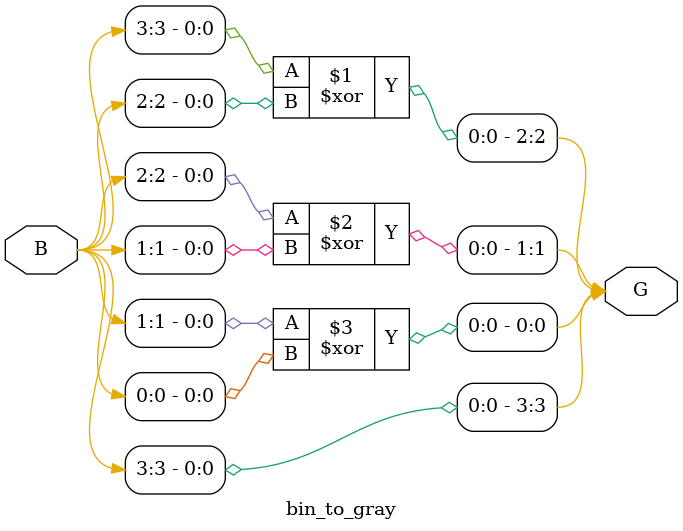
<source format=v>
`timescale 1ns / 1ps


module bin_to_gray(B, G); input [3:0] B;
output [3:0] G;
assign G[3] = B[3];
assign G[2] = B[3] ^ B[2];
assign G[1] = B[2] ^ B[1];
assign G[0] = B[1] ^ B[0]; 
endmodule

</source>
